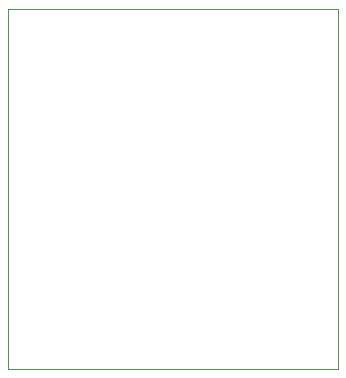
<source format=gko>
G75*
%MOIN*%
%OFA0B0*%
%FSLAX25Y25*%
%IPPOS*%
%LPD*%
%AMOC8*
5,1,8,0,0,1.08239X$1,22.5*
%
%ADD10C,0.00000*%
D10*
X0001000Y0001000D02*
X0001000Y0121000D01*
X0111000Y0121000D01*
X0111000Y0001000D01*
X0001000Y0001000D01*
M02*

</source>
